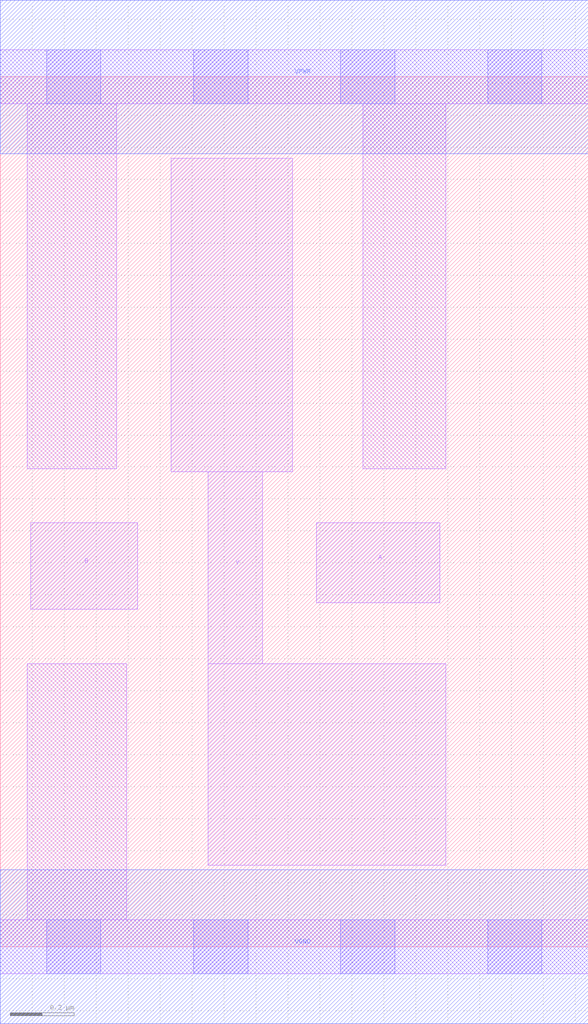
<source format=lef>
# Copyright 2020 The SkyWater PDK Authors
#
# Licensed under the Apache License, Version 2.0 (the "License");
# you may not use this file except in compliance with the License.
# You may obtain a copy of the License at
#
#     https://www.apache.org/licenses/LICENSE-2.0
#
# Unless required by applicable law or agreed to in writing, software
# distributed under the License is distributed on an "AS IS" BASIS,
# WITHOUT WARRANTIES OR CONDITIONS OF ANY KIND, either express or implied.
# See the License for the specific language governing permissions and
# limitations under the License.
#
# SPDX-License-Identifier: Apache-2.0

VERSION 5.7 ;
  NAMESCASESENSITIVE ON ;
  NOWIREEXTENSIONATPIN ON ;
  DIVIDERCHAR "/" ;
  BUSBITCHARS "[]" ;
UNITS
  DATABASE MICRONS 200 ;
END UNITS
PROPERTYDEFINITIONS
  MACRO maskLayoutSubType STRING ;
  MACRO prCellType STRING ;
  MACRO originalViewName STRING ;
END PROPERTYDEFINITIONS
MACRO sky130_fd_sc_hdll__nand2_1
  CLASS CORE ;
  FOREIGN sky130_fd_sc_hdll__nand2_1 ;
  ORIGIN  0.000000  0.000000 ;
  SIZE  1.840000 BY  2.720000 ;
  SYMMETRY X Y R90 ;
  SITE unithd ;
  PIN A
    ANTENNAGATEAREA  0.277500 ;
    DIRECTION INPUT ;
    USE SIGNAL ;
    PORT
      LAYER li1 ;
        RECT 0.990000 1.075000 1.375000 1.325000 ;
    END
  END A
  PIN B
    ANTENNAGATEAREA  0.277500 ;
    DIRECTION INPUT ;
    USE SIGNAL ;
    PORT
      LAYER li1 ;
        RECT 0.095000 1.055000 0.430000 1.325000 ;
    END
  END B
  PIN VGND
    ANTENNADIFFAREA  0.201500 ;
    DIRECTION INOUT ;
    USE SIGNAL ;
    PORT
      LAYER met1 ;
        RECT 0.000000 -0.240000 1.840000 0.240000 ;
    END
  END VGND
  PIN VPWR
    ANTENNADIFFAREA  0.540000 ;
    DIRECTION INOUT ;
    USE SIGNAL ;
    PORT
      LAYER met1 ;
        RECT 0.000000 2.480000 1.840000 2.960000 ;
    END
  END VPWR
  PIN Y
    ANTENNADIFFAREA  0.491500 ;
    DIRECTION OUTPUT ;
    USE SIGNAL ;
    PORT
      LAYER li1 ;
        RECT 0.535000 1.485000 0.915000 2.465000 ;
        RECT 0.650000 0.255000 1.395000 0.885000 ;
        RECT 0.650000 0.885000 0.820000 1.485000 ;
    END
  END Y
  OBS
    LAYER li1 ;
      RECT 0.000000 -0.085000 1.840000 0.085000 ;
      RECT 0.000000  2.635000 1.840000 2.805000 ;
      RECT 0.085000  0.085000 0.395000 0.885000 ;
      RECT 0.085000  1.495000 0.365000 2.635000 ;
      RECT 1.135000  1.495000 1.395000 2.635000 ;
    LAYER mcon ;
      RECT 0.145000 -0.085000 0.315000 0.085000 ;
      RECT 0.145000  2.635000 0.315000 2.805000 ;
      RECT 0.605000 -0.085000 0.775000 0.085000 ;
      RECT 0.605000  2.635000 0.775000 2.805000 ;
      RECT 1.065000 -0.085000 1.235000 0.085000 ;
      RECT 1.065000  2.635000 1.235000 2.805000 ;
      RECT 1.525000 -0.085000 1.695000 0.085000 ;
      RECT 1.525000  2.635000 1.695000 2.805000 ;
  END
  PROPERTY maskLayoutSubType "abstract" ;
  PROPERTY prCellType "standard" ;
  PROPERTY originalViewName "layout" ;
END sky130_fd_sc_hdll__nand2_1
END LIBRARY

</source>
